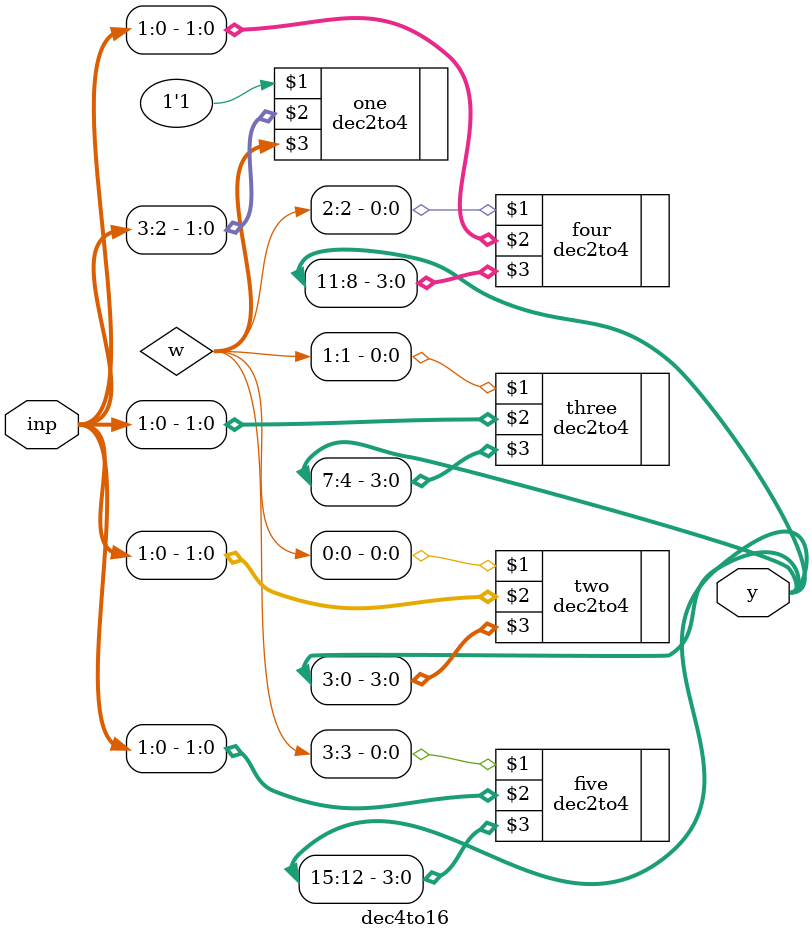
<source format=v>
`include "dec2to4.v"
module dec4to16(inp,y);
input [3:0]inp;
output  [15:0]y;
wire [3:0]w;
integer i;
dec2to4 one(1'b1,inp[3:2],w[3:0]);
dec2to4 two(w[0],inp[1:0],y[3:0]);
dec2to4 three(w[1],inp[1:0],y[7:4]);
dec2to4 four(w[2],inp[1:0],y[11:8]);
dec2to4 five(w[3],inp[1:0],y[15:12]);
endmodule
</source>
